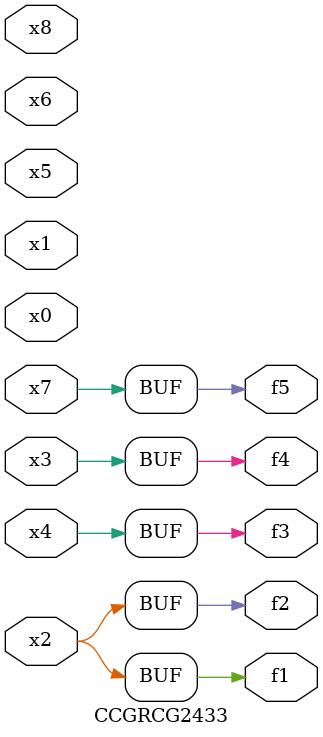
<source format=v>
module CCGRCG2433(
	input x0, x1, x2, x3, x4, x5, x6, x7, x8,
	output f1, f2, f3, f4, f5
);
	assign f1 = x2;
	assign f2 = x2;
	assign f3 = x4;
	assign f4 = x3;
	assign f5 = x7;
endmodule

</source>
